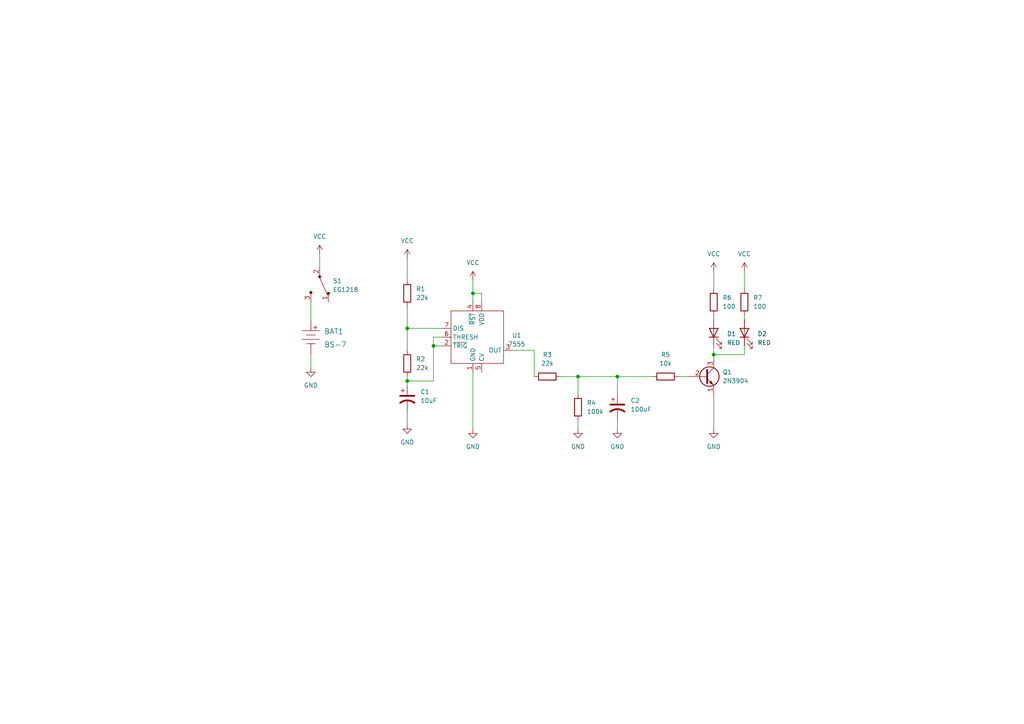
<source format=kicad_sch>
(kicad_sch (version 20230121) (generator eeschema)
  (paper "A4")
  (lib_symbols
    (symbol "Device:C_Polarized_US" (pin_numbers hide) (pin_names (offset 0.254) hide)
      (property "Reference" "C" (at 0.635 2.54 0))
      (property "Value" "C_Polarized_US" (at 0.635 -2.54 0))
      (symbol "C_Polarized_US_0_1"
        (polyline (pts (xy -2.032 0.762) (xy 2.032 0.762)) (stroke (width 0.508)))
        (polyline (pts (xy -1.778 2.286) (xy -0.762 2.286)))
        (polyline (pts (xy -1.27 1.778) (xy -1.27 2.794)))
        (arc (start 2.032 -1.27) (mid 0 -0.5572) (end -2.032 -1.27) (stroke (width 0.508)))
      )
      (symbol "C_Polarized_US_1_1"
        (pin passive line (at 0 3.81 270) (length 2.794) (name "~") (number "1"))
        (pin passive line (at 0 -3.81 90) (length 3.302) (name "~") (number "2"))
      )
    )
    (symbol "Device:LED" (pin_numbers hide) (pin_names (offset 1.016) hide)
      (property "Reference" "D" (at 0 2.54 0))
      (property "Value" "LED" (at 0 -2.54 0))
      (symbol "LED_0_1"
        (polyline (pts (xy -1.27 -1.27) (xy -1.27 1.27)) (stroke (width 0.254)))
        (polyline (pts (xy -1.27 0) (xy 1.27 0)))
        (polyline (pts (xy 1.27 -1.27) (xy 1.27 1.27) (xy -1.27 0) (xy 1.27 -1.27)) (stroke (width 0.254)))
        (polyline (pts (xy -3.048 -0.762) (xy -4.572 -2.286) (xy -3.81 -2.286) (xy -4.572 -2.286) (xy -4.572 -1.524)))
        (polyline (pts (xy -1.778 -0.762) (xy -3.302 -2.286) (xy -2.54 -2.286) (xy -3.302 -2.286) (xy -3.302 -1.524)))
      )
      (symbol "LED_1_1"
        (pin passive line (at -3.81 0 0) (length 2.54) (name "K") (number "1"))
        (pin passive line (at 3.81 0 180) (length 2.54) (name "A") (number "2"))
      )
    )
    (symbol "Device:R" (pin_numbers hide) (pin_names (offset 0))
      (property "Reference" "R" (at 2.032 0 90))
      (property "Value" "R" (at 0 0 90))
      (symbol "R_0_1"
        (rectangle (start -1.016 -2.54) (end 1.016 2.54) (stroke (width 0.254)))
      )
      (symbol "R_1_1"
        (pin passive line (at 0 3.81 270) (length 1.27) (name "~") (number "1"))
        (pin passive line (at 0 -3.81 90) (length 1.27) (name "~") (number "2"))
      )
    )
    (symbol "Transistor_BJT:2N3904" (pin_names (offset 0) hide)
      (property "Reference" "Q" (at 5.08 1.905 0))
      (property "Value" "2N3904" (at 5.08 0 0))
      (symbol "2N3904_0_1"
        (polyline (pts (xy 0.635 0.635) (xy 2.54 2.54)))
        (polyline (pts (xy 0.635 -0.635) (xy 2.54 -2.54) (xy 2.54 -2.54)))
        (polyline (pts (xy 0.635 1.905) (xy 0.635 -1.905) (xy 0.635 -1.905)) (stroke (width 0.508)))
        (polyline (pts (xy 1.27 -1.778) (xy 1.778 -1.27) (xy 2.286 -2.286) (xy 1.27 -1.778) (xy 1.27 -1.778)) (fill (type outline)))
        (circle (center 1.27 0) (radius 2.8194) (stroke (width 0.254)))
      )
      (symbol "2N3904_1_1"
        (pin passive line (at 2.54 -5.08 90) (length 2.54) (name "E") (number "1"))
        (pin passive line (at -5.08 0 0) (length 5.715) (name "B") (number "2"))
        (pin passive line (at 2.54 5.08 270) (length 2.54) (name "C") (number "3"))
      )
    )
    (symbol "dk_Battery-Holders-Clips-Contacts:BS-7" (pin_numbers hide) (pin_names (offset 1.016))
      (property "Reference" "BAT" (at -1.27 3.81 0))
      (property "Value" "BS-7" (at -1.27 -3.81 0))
      (symbol "BS-7_1_1"
        (polyline (pts (xy 0 -2.54) (xy 0 -1.905)))
        (polyline (pts (xy 0 1.905) (xy 0 2.54)))
        (polyline (pts (xy 1.27 -1.905) (xy -1.27 -1.905)))
        (polyline (pts (xy 1.27 0.635) (xy -1.27 0.635)))
        (polyline (pts (xy 1.27 2.286) (xy 1.27 3.302)))
        (polyline (pts (xy 1.778 2.794) (xy 0.762 2.794)))
        (polyline (pts (xy 2.54 -0.635) (xy -2.54 -0.635)))
        (polyline (pts (xy 2.54 1.905) (xy -2.54 1.905)))
        (pin power_out line (at 0 -5.08 90) (length 2.54) (name "~") (number "Neg"))
        (pin power_out line (at 0 5.08 270) (length 2.54) (name "~") (number "Pos"))
      )
    )
    (symbol "dk_Slide-Switches:EG1218" (pin_names (offset 0))
      (property "Reference" "S" (at -3.81 2.286 0))
      (property "Value" "EG1218" (at 0 -5.334 0))
      (symbol "EG1218_0_1"
        (circle (center -2.286 0) (radius 0.3556) (fill (type outline)))
        (polyline (pts (xy -2.032 0) (xy 3.048 2.286)))
        (circle (center 2.286 -2.54) (radius 0.3556) (fill (type outline)))
        (circle (center 2.54 2.54) (radius 0.3556) (fill (type outline)))
      )
      (symbol "EG1218_1_1"
        (pin passive line (at 5.08 2.54 180) (length 2.54) (name "~") (number "1"))
        (pin passive line (at -5.08 0 0) (length 2.54) (name "~") (number "2"))
        (pin passive line (at 5.08 -2.54 180) (length 2.54) (name "~") (number "3"))
      )
    )
    (symbol "power:GND" (power) (pin_names (offset 0))
      (property "Value" "GND" (at 0 -3.81 0))
      (symbol "GND_0_1"
        (polyline (pts (xy 0 0) (xy 0 -1.27) (xy 1.27 -1.27) (xy 0 -2.54) (xy -1.27 -1.27) (xy 0 -1.27)))
      )
      (symbol "GND_1_1"
        (pin power_in line (at 0 0 270) (length 0) hide (name "GND") (number "1"))
      )
    )
    (symbol "power:VCC" (power) (pin_names (offset 0))
      (property "Value" "VCC" (at 0 3.81 0))
      (symbol "VCC_0_1"
        (polyline (pts (xy -0.762 1.27) (xy 0 2.54)))
        (polyline (pts (xy 0 0) (xy 0 2.54)))
        (polyline (pts (xy 0 2.54) (xy 0.762 1.27)))
      )
      (symbol "VCC_1_1"
        (pin power_in line (at 0 0 90) (length 0) hide (name "VCC") (number "1"))
      )
    )
    (symbol "test_library:7555"
      (property "Reference" "U" (at -6.35 8.89 0))
      (property "Value" "7555" (at 6.35 -8.89 0))
      (symbol "7555_0_1"
        (rectangle (start -7.62 7.62) (end 7.62 -7.62))
      )
      (symbol "7555_1_1"
        (pin input line (at -1.27 -10.16 90) (length 2.54) (name "GND") (number "1"))
        (pin input line (at -10.16 -2.54 0) (length 2.54) (name "~{TRIG}") (number "2"))
        (pin input line (at 10.16 -3.81 180) (length 2.54) (name "OUT") (number "3"))
        (pin input line (at -1.27 10.16 270) (length 2.54) (name "~{RST}") (number "4"))
        (pin input line (at 1.27 -10.16 90) (length 2.54) (name "CV") (number "5"))
        (pin input line (at -10.16 0 0) (length 2.54) (name "THRESH") (number "6"))
        (pin input line (at -10.16 2.54 0) (length 2.54) (name "DIS") (number "7"))
        (pin input line (at 1.27 10.16 270) (length 2.54) (name "VDD") (number "8"))
      )
    )
  )
  (junction (at 137.16 85.09))
  (junction (at 118.11 110.49))
  (junction (at 179.07 109.22))
  (junction (at 118.11 95.25))
  (junction (at 207.01 102.87))
  (junction (at 167.64 109.22))
  (junction (at 125.73 100.33))
  (wire (pts (xy 118.11 110.49) (xy 118.11 111.76)))
  (wire (pts (xy 167.64 121.92) (xy 167.64 124.46)))
  (wire (pts (xy 125.73 100.33) (xy 125.73 110.49)))
  (wire (pts (xy 128.27 97.79) (xy 125.73 97.79)))
  (wire (pts (xy 118.11 95.25) (xy 118.11 101.6)))
  (wire (pts (xy 137.16 81.28) (xy 137.16 85.09)))
  (wire (pts (xy 207.01 91.44) (xy 207.01 92.71)))
  (wire (pts (xy 137.16 85.09) (xy 137.16 87.63)))
  (wire (pts (xy 118.11 74.93) (xy 118.11 81.28)))
  (wire (pts (xy 90.17 87.63) (xy 90.17 92.71)))
  (wire (pts (xy 207.01 100.33) (xy 207.01 102.87)))
  (wire (pts (xy 148.59 101.6) (xy 154.94 101.6)))
  (wire (pts (xy 162.56 109.22) (xy 167.64 109.22)))
  (wire (pts (xy 196.85 109.22) (xy 199.39 109.22)))
  (wire (pts (xy 137.16 107.95) (xy 137.16 124.46)))
  (wire (pts (xy 207.01 78.74) (xy 207.01 83.82)))
  (wire (pts (xy 207.01 102.87) (xy 215.9 102.87)))
  (wire (pts (xy 137.16 85.09) (xy 139.7 85.09)))
  (wire (pts (xy 207.01 114.3) (xy 207.01 124.46)))
  (wire (pts (xy 139.7 85.09) (xy 139.7 87.63)))
  (wire (pts (xy 215.9 78.74) (xy 215.9 83.82)))
  (wire (pts (xy 154.94 101.6) (xy 154.94 109.22)))
  (wire (pts (xy 92.71 73.66) (xy 92.71 77.47)))
  (wire (pts (xy 215.9 91.44) (xy 215.9 92.71)))
  (wire (pts (xy 179.07 121.92) (xy 179.07 124.46)))
  (wire (pts (xy 179.07 109.22) (xy 179.07 114.3)))
  (wire (pts (xy 207.01 102.87) (xy 207.01 104.14)))
  (wire (pts (xy 167.64 109.22) (xy 179.07 109.22)))
  (wire (pts (xy 118.11 95.25) (xy 128.27 95.25)))
  (wire (pts (xy 118.11 119.38) (xy 118.11 123.19)))
  (wire (pts (xy 125.73 100.33) (xy 128.27 100.33)))
  (wire (pts (xy 215.9 102.87) (xy 215.9 100.33)))
  (wire (pts (xy 118.11 109.22) (xy 118.11 110.49)))
  (wire (pts (xy 179.07 109.22) (xy 189.23 109.22)))
  (wire (pts (xy 118.11 110.49) (xy 125.73 110.49)))
  (wire (pts (xy 90.17 102.87) (xy 90.17 106.68)))
  (wire (pts (xy 167.64 109.22) (xy 167.64 114.3)))
  (wire (pts (xy 125.73 97.79) (xy 125.73 100.33)))
  (wire (pts (xy 118.11 88.9) (xy 118.11 95.25)))
  (symbol (lib_id "power:VCC") (at 215.9 78.74 0) (unit 1)
    (property "Reference" "#PWR011" (effects hide))
    (property "Value" "VCC" (at 215.9 73.66 0))
  )
  (symbol (lib_id "Device:LED") (at 207.01 96.52 90) (unit 1)
    (property "Reference" "D1" (at 210.82 96.8374 90) (effects (justify right)))
    (property "Value" "RED" (at 210.82 99.3774 90) (effects (justify right)))
    (property "Footprint" "LED_THT:LED_D3.0mm" (effects hide))
  )
  (symbol (lib_id "dk_Battery-Holders-Clips-Contacts:BS-7") (at 90.17 97.79 0) (unit 1)
    (property "Reference" "BAT1" (at 93.98 96.139 0) (effects (font (size 1.524 1.524)) (justify left)))
    (property "Value" "BS-7" (at 93.98 99.949 0) (effects (font (size 1.524 1.524)) (justify left)))
    (property "Footprint" "digikey-footprints:Battery_Holder_Coin_2032_BS-7" (effects hide))
    (property "Datasheet" "http://www.memoryprotectiondevices.com/datasheets/BS-7-datasheet.pdf" (effects hide))
    (property "Digi-Key_PN" "BS-7-ND" (effects hide))
    (property "MPN" "BS-7" (effects hide))
    (property "Category" "Battery Products" (effects hide))
    (property "Family" "Battery Holders, Clips, Contacts" (effects hide))
    (property "DK_Datasheet_Link" "http://www.memoryprotectiondevices.com/datasheets/BS-7-datasheet.pdf" (effects hide))
    (property "DK_Detail_Page" "/product-detail/en/mpd-memory-protection-devices/BS-7/BS-7-ND/389447" (effects hide))
    (property "Description" "BATTERY HOLDER COIN 20MM PC PIN" (effects hide))
    (property "Manufacturer" "MPD (Memory Protection Devices)" (effects hide))
    (property "Status" "Active" (effects hide))
  )
  (symbol (lib_id "Device:R") (at 118.11 85.09 0) (unit 1)
    (property "Reference" "R1" (at 120.65 83.8199 0) (effects (justify left)))
    (property "Value" "22k" (at 120.65 86.3599 0) (effects (justify left)))
    (property "Footprint" "Resistor_THT:R_Axial_DIN0207_L6.3mm_D2.5mm_P7.62mm_Horizontal" (effects hide))
  )
  (symbol (lib_id "Device:R") (at 215.9 87.63 0) (unit 1)
    (property "Reference" "R7" (at 218.44 86.3599 0) (effects (justify left)))
    (property "Value" "100" (at 218.44 88.8999 0) (effects (justify left)))
    (property "Footprint" "Resistor_THT:R_Axial_DIN0207_L6.3mm_D2.5mm_P7.62mm_Horizontal" (effects hide))
  )
  (symbol (lib_id "Device:LED") (at 215.9 96.52 90) (unit 1)
    (property "Reference" "D2" (at 219.71 96.8374 90) (effects (justify right)))
    (property "Value" "RED" (at 219.71 99.3774 90) (effects (justify right)))
    (property "Footprint" "LED_THT:LED_D3.0mm" (effects hide))
  )
  (symbol (lib_id "Device:C_Polarized_US") (at 179.07 118.11 0) (unit 1)
    (property "Reference" "C2" (at 182.88 116.2049 0) (effects (justify left)))
    (property "Value" "100uF" (at 182.88 118.7449 0) (effects (justify left)))
    (property "Footprint" "Capacitor_THT:CP_Radial_D6.3mm_P2.50mm" (effects hide))
  )
  (symbol (lib_id "Device:C_Polarized_US") (at 118.11 115.57 0) (unit 1)
    (property "Reference" "C1" (at 121.92 113.6649 0) (effects (justify left)))
    (property "Value" "10uF" (at 121.92 116.2049 0) (effects (justify left)))
    (property "Footprint" "Capacitor_THT:CP_Radial_D5.0mm_P2.00mm" (effects hide))
  )
  (symbol (lib_id "test_library:7555") (at 138.43 97.79 0) (unit 1)
    (property "Reference" "U1" (at 149.86 97.2693 0))
    (property "Value" "7555" (at 149.86 99.8093 0))
    (property "Footprint" "footprints:ICM7555-PDIP" (effects hide))
  )
  (symbol (lib_id "power:GND") (at 179.07 124.46 0) (unit 1)
    (property "Reference" "#PWR08" (effects hide))
    (property "Value" "GND" (at 179.07 129.54 0))
  )
  (symbol (lib_id "power:VCC") (at 92.71 73.66 0) (unit 1)
    (property "Reference" "#PWR02" (effects hide))
    (property "Value" "VCC" (at 92.71 68.58 0))
  )
  (symbol (lib_id "Device:R") (at 167.64 118.11 0) (unit 1)
    (property "Reference" "R4" (at 170.18 116.8399 0) (effects (justify left)))
    (property "Value" "100k" (at 170.18 119.3799 0) (effects (justify left)))
    (property "Footprint" "Resistor_THT:R_Axial_DIN0207_L6.3mm_D2.5mm_P7.62mm_Horizontal" (effects hide))
  )
  (symbol (lib_id "power:GND") (at 207.01 124.46 0) (unit 1)
    (property "Reference" "#PWR010" (effects hide))
    (property "Value" "GND" (at 207.01 129.54 0))
  )
  (symbol (lib_id "power:GND") (at 90.17 106.68 0) (unit 1)
    (property "Reference" "#PWR01" (effects hide))
    (property "Value" "GND" (at 90.17 111.76 0))
  )
  (symbol (lib_id "dk_Slide-Switches:EG1218") (at 92.71 82.55 270) (unit 1)
    (property "Reference" "S1" (at 96.52 81.4831 90) (effects (justify left)))
    (property "Value" "EG1218" (at 96.52 84.0231 90) (effects (justify left)))
    (property "Footprint" "digikey-footprints:Switch_Slide_11.6x4mm_EG1218" (effects hide))
    (property "Datasheet" "http://spec_sheets.e-switch.com/specs/P040040.pdf" (effects hide))
    (property "Digi-Key_PN" "EG1903-ND" (effects hide))
    (property "MPN" "EG1218" (effects hide))
    (property "Category" "Switches" (effects hide))
    (property "Family" "Slide Switches" (effects hide))
    (property "DK_Datasheet_Link" "http://spec_sheets.e-switch.com/specs/P040040.pdf" (effects hide))
    (property "DK_Detail_Page" "/product-detail/en/e-switch/EG1218/EG1903-ND/101726" (effects hide))
    (property "Description" "SWITCH SLIDE SPDT 200MA 30V" (effects hide))
    (property "Manufacturer" "E-Switch" (effects hide))
    (property "Status" "Active" (effects hide))
  )
  (symbol (lib_id "Device:R") (at 193.04 109.22 90) (unit 1)
    (property "Reference" "R5" (at 193.04 102.87 90))
    (property "Value" "10k" (at 193.04 105.41 90))
    (property "Footprint" "Resistor_THT:R_Axial_DIN0207_L6.3mm_D2.5mm_P7.62mm_Horizontal" (effects hide))
  )
  (symbol (lib_id "power:GND") (at 137.16 124.46 0) (unit 1)
    (property "Reference" "#PWR06" (effects hide))
    (property "Value" "GND" (at 137.16 129.54 0))
  )
  (symbol (lib_id "power:VCC") (at 118.11 74.93 0) (unit 1)
    (property "Reference" "#PWR03" (effects hide))
    (property "Value" "VCC" (at 118.11 69.85 0))
  )
  (symbol (lib_id "Device:R") (at 158.75 109.22 90) (unit 1)
    (property "Reference" "R3" (at 158.75 102.87 90))
    (property "Value" "22k" (at 158.75 105.41 90))
    (property "Footprint" "Resistor_THT:R_Axial_DIN0207_L6.3mm_D2.5mm_P7.62mm_Horizontal" (effects hide))
  )
  (symbol (lib_id "power:GND") (at 118.11 123.19 0) (unit 1)
    (property "Reference" "#PWR04" (effects hide))
    (property "Value" "GND" (at 118.11 128.27 0))
  )
  (symbol (lib_id "power:VCC") (at 137.16 81.28 0) (unit 1)
    (property "Reference" "#PWR05" (effects hide))
    (property "Value" "VCC" (at 137.16 76.2 0))
  )
  (symbol (lib_id "Transistor_BJT:2N3904") (at 204.47 109.22 0) (unit 1)
    (property "Reference" "Q1" (at 209.55 107.9499 0) (effects (justify left)))
    (property "Value" "2N3904" (at 209.55 110.4899 0) (effects (justify left)))
    (property "Footprint" "digikey-footprints:TO-92-3" (effects hide))
    (property "Datasheet" "https://www.onsemi.com/pub/Collateral/2N3903-D.PDF" (effects hide))
  )
  (symbol (lib_id "power:GND") (at 167.64 124.46 0) (unit 1)
    (property "Reference" "#PWR07" (effects hide))
    (property "Value" "GND" (at 167.64 129.54 0))
  )
  (symbol (lib_id "power:VCC") (at 207.01 78.74 0) (unit 1)
    (property "Reference" "#PWR09" (effects hide))
    (property "Value" "VCC" (at 207.01 73.66 0))
  )
  (symbol (lib_id "Device:R") (at 118.11 105.41 0) (unit 1)
    (property "Reference" "R2" (at 120.65 104.1399 0) (effects (justify left)))
    (property "Value" "22k" (at 120.65 106.6799 0) (effects (justify left)))
    (property "Footprint" "Resistor_THT:R_Axial_DIN0207_L6.3mm_D2.5mm_P7.62mm_Horizontal" (effects hide))
  )
  (symbol (lib_id "Device:R") (at 207.01 87.63 0) (unit 1)
    (property "Reference" "R6" (at 209.55 86.3599 0) (effects (justify left)))
    (property "Value" "100" (at 209.55 88.8999 0) (effects (justify left)))
    (property "Footprint" "Resistor_THT:R_Axial_DIN0207_L6.3mm_D2.5mm_P7.62mm_Horizontal" (effects hide))
  )
)
</source>
